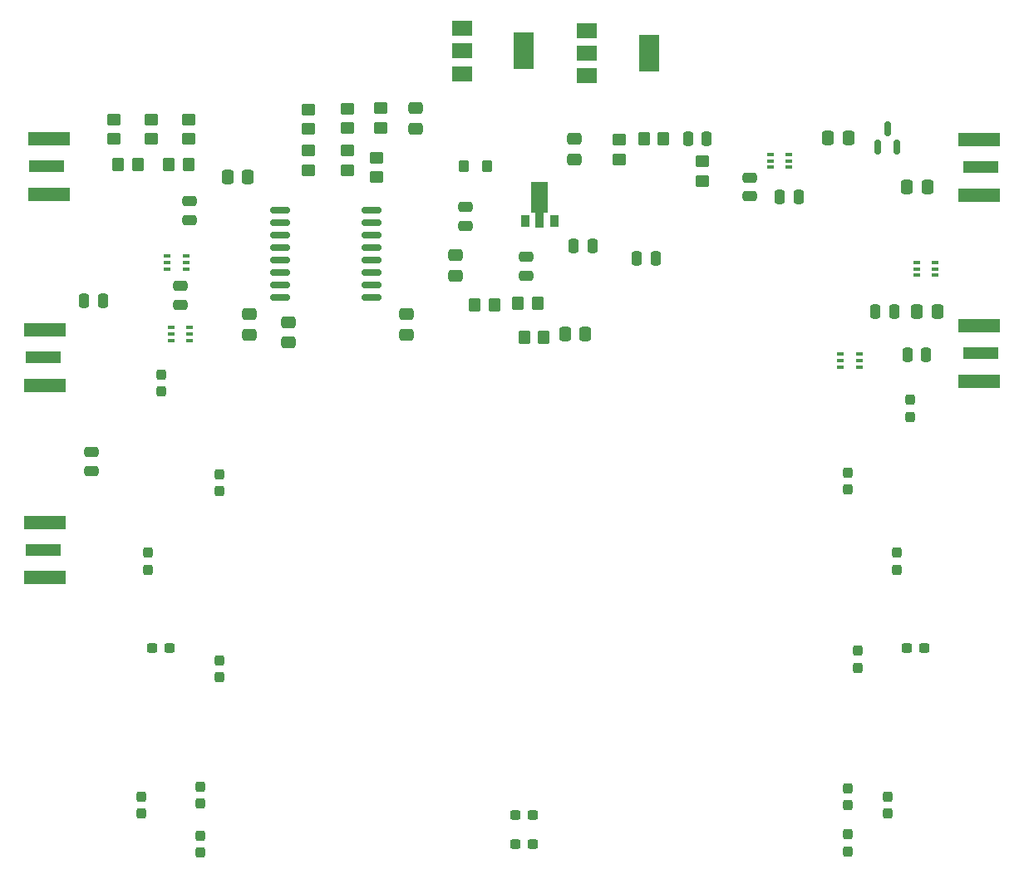
<source format=gbr>
%TF.GenerationSoftware,KiCad,Pcbnew,7.0.7*%
%TF.CreationDate,2023-11-03T16:15:29+00:00*%
%TF.ProjectId,RXLNA,52584c4e-412e-46b6-9963-61645f706362,rev?*%
%TF.SameCoordinates,Original*%
%TF.FileFunction,Paste,Bot*%
%TF.FilePolarity,Positive*%
%FSLAX46Y46*%
G04 Gerber Fmt 4.6, Leading zero omitted, Abs format (unit mm)*
G04 Created by KiCad (PCBNEW 7.0.7) date 2023-11-03 16:15:29*
%MOMM*%
%LPD*%
G01*
G04 APERTURE LIST*
G04 Aperture macros list*
%AMRoundRect*
0 Rectangle with rounded corners*
0 $1 Rounding radius*
0 $2 $3 $4 $5 $6 $7 $8 $9 X,Y pos of 4 corners*
0 Add a 4 corners polygon primitive as box body*
4,1,4,$2,$3,$4,$5,$6,$7,$8,$9,$2,$3,0*
0 Add four circle primitives for the rounded corners*
1,1,$1+$1,$2,$3*
1,1,$1+$1,$4,$5*
1,1,$1+$1,$6,$7*
1,1,$1+$1,$8,$9*
0 Add four rect primitives between the rounded corners*
20,1,$1+$1,$2,$3,$4,$5,0*
20,1,$1+$1,$4,$5,$6,$7,0*
20,1,$1+$1,$6,$7,$8,$9,0*
20,1,$1+$1,$8,$9,$2,$3,0*%
%AMFreePoly0*
4,1,9,3.862500,-0.866500,0.737500,-0.866500,0.737500,-0.450000,-0.737500,-0.450000,-0.737500,0.450000,0.737500,0.450000,0.737500,0.866500,3.862500,0.866500,3.862500,-0.866500,3.862500,-0.866500,$1*%
G04 Aperture macros list end*
%ADD10RoundRect,0.250000X-0.450000X0.350000X-0.450000X-0.350000X0.450000X-0.350000X0.450000X0.350000X0*%
%ADD11RoundRect,0.250000X0.475000X-0.250000X0.475000X0.250000X-0.475000X0.250000X-0.475000X-0.250000X0*%
%ADD12R,2.000000X1.500000*%
%ADD13R,2.000000X3.800000*%
%ADD14RoundRect,0.250000X0.337500X0.475000X-0.337500X0.475000X-0.337500X-0.475000X0.337500X-0.475000X0*%
%ADD15RoundRect,0.250000X-0.475000X0.250000X-0.475000X-0.250000X0.475000X-0.250000X0.475000X0.250000X0*%
%ADD16RoundRect,0.237500X-0.300000X-0.237500X0.300000X-0.237500X0.300000X0.237500X-0.300000X0.237500X0*%
%ADD17RoundRect,0.250000X0.450000X-0.350000X0.450000X0.350000X-0.450000X0.350000X-0.450000X-0.350000X0*%
%ADD18R,0.650000X0.400000*%
%ADD19R,3.600000X1.270000*%
%ADD20R,4.200000X1.350000*%
%ADD21RoundRect,0.237500X0.300000X0.237500X-0.300000X0.237500X-0.300000X-0.237500X0.300000X-0.237500X0*%
%ADD22RoundRect,0.250000X-0.250000X-0.475000X0.250000X-0.475000X0.250000X0.475000X-0.250000X0.475000X0*%
%ADD23RoundRect,0.250000X-0.350000X-0.450000X0.350000X-0.450000X0.350000X0.450000X-0.350000X0.450000X0*%
%ADD24RoundRect,0.250000X0.250000X0.475000X-0.250000X0.475000X-0.250000X-0.475000X0.250000X-0.475000X0*%
%ADD25RoundRect,0.250000X0.475000X-0.337500X0.475000X0.337500X-0.475000X0.337500X-0.475000X-0.337500X0*%
%ADD26RoundRect,0.237500X0.237500X-0.300000X0.237500X0.300000X-0.237500X0.300000X-0.237500X-0.300000X0*%
%ADD27RoundRect,0.250000X0.350000X0.450000X-0.350000X0.450000X-0.350000X-0.450000X0.350000X-0.450000X0*%
%ADD28RoundRect,0.250000X-0.475000X0.337500X-0.475000X-0.337500X0.475000X-0.337500X0.475000X0.337500X0*%
%ADD29RoundRect,0.250000X-0.275000X-0.350000X0.275000X-0.350000X0.275000X0.350000X-0.275000X0.350000X0*%
%ADD30RoundRect,0.150000X0.150000X-0.587500X0.150000X0.587500X-0.150000X0.587500X-0.150000X-0.587500X0*%
%ADD31RoundRect,0.237500X-0.237500X0.300000X-0.237500X-0.300000X0.237500X-0.300000X0.237500X0.300000X0*%
%ADD32RoundRect,0.150000X0.875000X0.150000X-0.875000X0.150000X-0.875000X-0.150000X0.875000X-0.150000X0*%
%ADD33R,0.900000X1.300000*%
%ADD34FreePoly0,90.000000*%
G04 APERTURE END LIST*
D10*
%TO.C,R406*%
X129000000Y-69120000D03*
X129000000Y-71120000D03*
%TD*%
D11*
%TO.C,C404*%
X116000000Y-89000000D03*
X116000000Y-87100000D03*
%TD*%
D12*
%TO.C,U405*%
X144650000Y-65460000D03*
D13*
X150950000Y-63160000D03*
D12*
X144650000Y-63160000D03*
X144650000Y-60860000D03*
%TD*%
D14*
%TO.C,C424*%
X193100000Y-89700000D03*
X191025000Y-89700000D03*
%TD*%
D10*
%TO.C,R408*%
X133000000Y-69020000D03*
X133000000Y-71020000D03*
%TD*%
D12*
%TO.C,U403*%
X157400000Y-65700000D03*
D13*
X163700000Y-63400000D03*
D12*
X157400000Y-63400000D03*
X157400000Y-61100000D03*
%TD*%
D11*
%TO.C,C416*%
X174000000Y-77950000D03*
X174000000Y-76050000D03*
%TD*%
D15*
%TO.C,C421*%
X151250000Y-84140000D03*
X151250000Y-86040000D03*
%TD*%
D16*
%TO.C,C442*%
X190000000Y-124000000D03*
X191725000Y-124000000D03*
%TD*%
D17*
%TO.C,R403*%
X113030000Y-72120000D03*
X113030000Y-70120000D03*
%TD*%
D10*
%TO.C,R411*%
X136000000Y-74000000D03*
X136000000Y-76000000D03*
%TD*%
%TO.C,R414*%
X160700000Y-72200000D03*
X160700000Y-74200000D03*
%TD*%
D14*
%TO.C,C411*%
X122847500Y-76000000D03*
X120772500Y-76000000D03*
%TD*%
D18*
%TO.C,U402*%
X115050000Y-92650000D03*
X115050000Y-92000000D03*
X115050000Y-91350000D03*
X116950000Y-91350000D03*
X116950000Y-92000000D03*
X116950000Y-92650000D03*
%TD*%
D14*
%TO.C,C413*%
X192075000Y-77000000D03*
X190000000Y-77000000D03*
%TD*%
D19*
%TO.C,J407*%
X197537500Y-75000000D03*
D20*
X197337500Y-72175000D03*
X197337500Y-77825000D03*
%TD*%
D21*
%TO.C,C435*%
X151862500Y-144000000D03*
X150137500Y-144000000D03*
%TD*%
D18*
%TO.C,U401*%
X116550000Y-84050000D03*
X116550000Y-84700000D03*
X116550000Y-85350000D03*
X114650000Y-85350000D03*
X114650000Y-84700000D03*
X114650000Y-84050000D03*
%TD*%
D19*
%TO.C,J401*%
X102000000Y-94400000D03*
D20*
X102200000Y-91575000D03*
X102200000Y-97225000D03*
%TD*%
D10*
%TO.C,R409*%
X133000000Y-73320000D03*
X133000000Y-75320000D03*
%TD*%
D21*
%TO.C,C427*%
X114862500Y-124000000D03*
X113137500Y-124000000D03*
%TD*%
D19*
%TO.C,J403*%
X102382500Y-74930000D03*
D20*
X102582500Y-72105000D03*
X102582500Y-77755000D03*
%TD*%
D22*
%TO.C,C418*%
X162500000Y-84300000D03*
X164400000Y-84300000D03*
%TD*%
D23*
%TO.C,R416*%
X150400000Y-88900000D03*
X152400000Y-88900000D03*
%TD*%
D17*
%TO.C,R401*%
X116840000Y-72120000D03*
X116840000Y-70120000D03*
%TD*%
D24*
%TO.C,C415*%
X169600000Y-72100000D03*
X167700000Y-72100000D03*
%TD*%
D18*
%TO.C,U407*%
X176100000Y-75000000D03*
X176100000Y-74350000D03*
X176100000Y-73700000D03*
X178000000Y-73700000D03*
X178000000Y-74350000D03*
X178000000Y-75000000D03*
%TD*%
%TO.C,U404*%
X185150000Y-94050000D03*
X185150000Y-94700000D03*
X185150000Y-95350000D03*
X183250000Y-95350000D03*
X183250000Y-94700000D03*
X183250000Y-94050000D03*
%TD*%
D25*
%TO.C,C409*%
X139962500Y-71037500D03*
X139962500Y-68962500D03*
%TD*%
D26*
%TO.C,C438*%
X188000000Y-140862500D03*
X188000000Y-139137500D03*
%TD*%
D22*
%TO.C,C419*%
X156050000Y-83000000D03*
X157950000Y-83000000D03*
%TD*%
D25*
%TO.C,C423*%
X156100000Y-74175000D03*
X156100000Y-72100000D03*
%TD*%
D17*
%TO.C,R405*%
X109220000Y-72120000D03*
X109220000Y-70120000D03*
%TD*%
D27*
%TO.C,R415*%
X148000000Y-89000000D03*
X146000000Y-89000000D03*
%TD*%
D11*
%TO.C,C403*%
X116900000Y-80350000D03*
X116900000Y-78450000D03*
%TD*%
D28*
%TO.C,C407*%
X139000000Y-89962500D03*
X139000000Y-92037500D03*
%TD*%
D27*
%TO.C,R417*%
X153000000Y-92300000D03*
X151000000Y-92300000D03*
%TD*%
D19*
%TO.C,J406*%
X197537500Y-93980000D03*
D20*
X197337500Y-91155000D03*
X197337500Y-96805000D03*
%TD*%
D26*
%TO.C,C431*%
X118000000Y-139862500D03*
X118000000Y-138137500D03*
%TD*%
D18*
%TO.C,U409*%
X191000000Y-86000000D03*
X191000000Y-85350000D03*
X191000000Y-84700000D03*
X192900000Y-84700000D03*
X192900000Y-85350000D03*
X192900000Y-86000000D03*
%TD*%
D22*
%TO.C,C412*%
X186800000Y-89700000D03*
X188700000Y-89700000D03*
%TD*%
D23*
%TO.C,R402*%
X114840000Y-74760000D03*
X116840000Y-74760000D03*
%TD*%
D29*
%TO.C,L402*%
X144900000Y-74930000D03*
X147200000Y-74930000D03*
%TD*%
D10*
%TO.C,R410*%
X136420000Y-69000000D03*
X136420000Y-71000000D03*
%TD*%
D30*
%TO.C,D401*%
X188950000Y-72937500D03*
X187050000Y-72937500D03*
X188000000Y-71062500D03*
%TD*%
D22*
%TO.C,C410*%
X190050000Y-94100000D03*
X191950000Y-94100000D03*
%TD*%
D15*
%TO.C,C420*%
X145000000Y-79050000D03*
X145000000Y-80950000D03*
%TD*%
D31*
%TO.C,C446*%
X190300000Y-98700000D03*
X190300000Y-100425000D03*
%TD*%
D28*
%TO.C,C405*%
X127000000Y-90805000D03*
X127000000Y-92880000D03*
%TD*%
D32*
%TO.C,U406*%
X135460000Y-79375000D03*
X135460000Y-80645000D03*
X135460000Y-81915000D03*
X135460000Y-83185000D03*
X135460000Y-84455000D03*
X135460000Y-85725000D03*
X135460000Y-86995000D03*
X135460000Y-88265000D03*
X126160000Y-88265000D03*
X126160000Y-86995000D03*
X126160000Y-85725000D03*
X126160000Y-84455000D03*
X126160000Y-83185000D03*
X126160000Y-81915000D03*
X126160000Y-80645000D03*
X126160000Y-79375000D03*
%TD*%
D26*
%TO.C,C425*%
X114000000Y-97862500D03*
X114000000Y-96137500D03*
%TD*%
D14*
%TO.C,C422*%
X157247500Y-92000000D03*
X155172500Y-92000000D03*
%TD*%
D26*
%TO.C,C443*%
X189000000Y-116000000D03*
X189000000Y-114275000D03*
%TD*%
D19*
%TO.C,J402*%
X102000000Y-114000000D03*
D20*
X102200000Y-111175000D03*
X102200000Y-116825000D03*
%TD*%
D27*
%TO.C,R413*%
X165200000Y-72100000D03*
X163200000Y-72100000D03*
%TD*%
D28*
%TO.C,C408*%
X144000000Y-83962500D03*
X144000000Y-86037500D03*
%TD*%
%TO.C,C406*%
X123000000Y-89962500D03*
X123000000Y-92037500D03*
%TD*%
D15*
%TO.C,C402*%
X106950000Y-104050000D03*
X106950000Y-105950000D03*
%TD*%
D14*
%TO.C,C414*%
X184037500Y-72000000D03*
X181962500Y-72000000D03*
%TD*%
D31*
%TO.C,C445*%
X184000000Y-106137500D03*
X184000000Y-107862500D03*
%TD*%
%TO.C,C441*%
X185000000Y-124275000D03*
X185000000Y-126000000D03*
%TD*%
D23*
%TO.C,R404*%
X109640000Y-74760000D03*
X111640000Y-74760000D03*
%TD*%
D26*
%TO.C,C430*%
X120000000Y-127000000D03*
X120000000Y-125275000D03*
%TD*%
D10*
%TO.C,R412*%
X169200000Y-74400000D03*
X169200000Y-76400000D03*
%TD*%
D26*
%TO.C,C433*%
X112000000Y-140862500D03*
X112000000Y-139137500D03*
%TD*%
D31*
%TO.C,C432*%
X118000000Y-143137500D03*
X118000000Y-144862500D03*
%TD*%
D26*
%TO.C,C426*%
X120000000Y-108000000D03*
X120000000Y-106275000D03*
%TD*%
D22*
%TO.C,C417*%
X177050000Y-78000000D03*
X178950000Y-78000000D03*
%TD*%
D26*
%TO.C,C428*%
X112700000Y-116025000D03*
X112700000Y-114300000D03*
%TD*%
D21*
%TO.C,C436*%
X151862500Y-141000000D03*
X150137500Y-141000000D03*
%TD*%
D10*
%TO.C,R407*%
X129000000Y-73320000D03*
X129000000Y-75320000D03*
%TD*%
D24*
%TO.C,C401*%
X108100000Y-88600000D03*
X106200000Y-88600000D03*
%TD*%
D31*
%TO.C,C440*%
X184000000Y-138275000D03*
X184000000Y-140000000D03*
%TD*%
%TO.C,C437*%
X184000000Y-143000000D03*
X184000000Y-144725000D03*
%TD*%
D33*
%TO.C,U408*%
X154100000Y-80450000D03*
D34*
X152600000Y-80362500D03*
D33*
X151100000Y-80450000D03*
%TD*%
M02*

</source>
